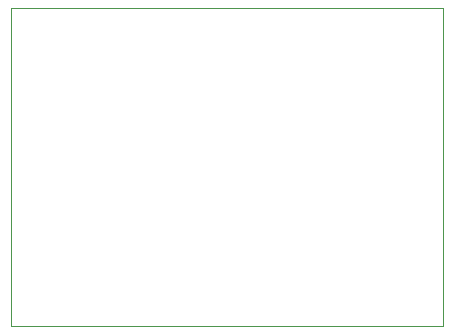
<source format=gm1>
G04 #@! TF.FileFunction,Profile,NP*
%FSLAX46Y46*%
G04 Gerber Fmt 4.6, Leading zero omitted, Abs format (unit mm)*
G04 Created by KiCad (PCBNEW 0.201511171411+6319~30~ubuntu15.10.1-product) date Fr 04 Dez 2015 11:52:51 CET*
%MOMM*%
G01*
G04 APERTURE LIST*
%ADD10C,0.100000*%
G04 APERTURE END LIST*
D10*
X147828000Y-87376000D02*
X147828000Y-60452000D01*
X184404000Y-87376000D02*
X147828000Y-87376000D01*
X184404000Y-60452000D02*
X184404000Y-87376000D01*
X147828000Y-60452000D02*
X184404000Y-60452000D01*
M02*

</source>
